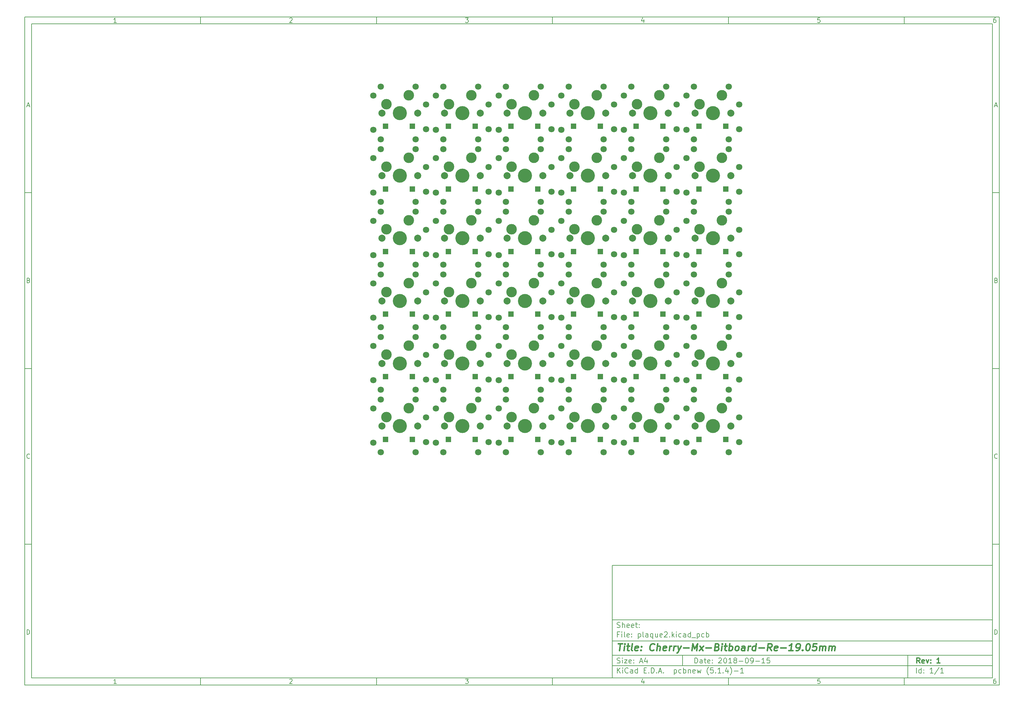
<source format=gts>
G04 #@! TF.GenerationSoftware,KiCad,Pcbnew,(5.1.4)-1*
G04 #@! TF.CreationDate,2020-01-11T14:36:43+01:00*
G04 #@! TF.ProjectId,plaque2,706c6171-7565-4322-9e6b-696361645f70,1*
G04 #@! TF.SameCoordinates,Original*
G04 #@! TF.FileFunction,Soldermask,Top*
G04 #@! TF.FilePolarity,Negative*
%FSLAX46Y46*%
G04 Gerber Fmt 4.6, Leading zero omitted, Abs format (unit mm)*
G04 Created by KiCad (PCBNEW (5.1.4)-1) date 2020-01-11 14:36:43*
%MOMM*%
%LPD*%
G04 APERTURE LIST*
%ADD10C,0.100000*%
%ADD11C,0.150000*%
%ADD12C,0.300000*%
%ADD13C,0.400000*%
%ADD14C,1.800000*%
%ADD15C,2.000000*%
%ADD16C,3.000000*%
%ADD17C,4.000000*%
%ADD18R,1.600000X1.600000*%
G04 APERTURE END LIST*
D10*
D11*
X177002200Y-166007200D02*
X177002200Y-198007200D01*
X285002200Y-198007200D01*
X285002200Y-166007200D01*
X177002200Y-166007200D01*
D10*
D11*
X10000000Y-10000000D02*
X10000000Y-200007200D01*
X287002200Y-200007200D01*
X287002200Y-10000000D01*
X10000000Y-10000000D01*
D10*
D11*
X12000000Y-12000000D02*
X12000000Y-198007200D01*
X285002200Y-198007200D01*
X285002200Y-12000000D01*
X12000000Y-12000000D01*
D10*
D11*
X60000000Y-12000000D02*
X60000000Y-10000000D01*
D10*
D11*
X110000000Y-12000000D02*
X110000000Y-10000000D01*
D10*
D11*
X160000000Y-12000000D02*
X160000000Y-10000000D01*
D10*
D11*
X210000000Y-12000000D02*
X210000000Y-10000000D01*
D10*
D11*
X260000000Y-12000000D02*
X260000000Y-10000000D01*
D10*
D11*
X36065476Y-11588095D02*
X35322619Y-11588095D01*
X35694047Y-11588095D02*
X35694047Y-10288095D01*
X35570238Y-10473809D01*
X35446428Y-10597619D01*
X35322619Y-10659523D01*
D10*
D11*
X85322619Y-10411904D02*
X85384523Y-10350000D01*
X85508333Y-10288095D01*
X85817857Y-10288095D01*
X85941666Y-10350000D01*
X86003571Y-10411904D01*
X86065476Y-10535714D01*
X86065476Y-10659523D01*
X86003571Y-10845238D01*
X85260714Y-11588095D01*
X86065476Y-11588095D01*
D10*
D11*
X135260714Y-10288095D02*
X136065476Y-10288095D01*
X135632142Y-10783333D01*
X135817857Y-10783333D01*
X135941666Y-10845238D01*
X136003571Y-10907142D01*
X136065476Y-11030952D01*
X136065476Y-11340476D01*
X136003571Y-11464285D01*
X135941666Y-11526190D01*
X135817857Y-11588095D01*
X135446428Y-11588095D01*
X135322619Y-11526190D01*
X135260714Y-11464285D01*
D10*
D11*
X185941666Y-10721428D02*
X185941666Y-11588095D01*
X185632142Y-10226190D02*
X185322619Y-11154761D01*
X186127380Y-11154761D01*
D10*
D11*
X236003571Y-10288095D02*
X235384523Y-10288095D01*
X235322619Y-10907142D01*
X235384523Y-10845238D01*
X235508333Y-10783333D01*
X235817857Y-10783333D01*
X235941666Y-10845238D01*
X236003571Y-10907142D01*
X236065476Y-11030952D01*
X236065476Y-11340476D01*
X236003571Y-11464285D01*
X235941666Y-11526190D01*
X235817857Y-11588095D01*
X235508333Y-11588095D01*
X235384523Y-11526190D01*
X235322619Y-11464285D01*
D10*
D11*
X285941666Y-10288095D02*
X285694047Y-10288095D01*
X285570238Y-10350000D01*
X285508333Y-10411904D01*
X285384523Y-10597619D01*
X285322619Y-10845238D01*
X285322619Y-11340476D01*
X285384523Y-11464285D01*
X285446428Y-11526190D01*
X285570238Y-11588095D01*
X285817857Y-11588095D01*
X285941666Y-11526190D01*
X286003571Y-11464285D01*
X286065476Y-11340476D01*
X286065476Y-11030952D01*
X286003571Y-10907142D01*
X285941666Y-10845238D01*
X285817857Y-10783333D01*
X285570238Y-10783333D01*
X285446428Y-10845238D01*
X285384523Y-10907142D01*
X285322619Y-11030952D01*
D10*
D11*
X60000000Y-198007200D02*
X60000000Y-200007200D01*
D10*
D11*
X110000000Y-198007200D02*
X110000000Y-200007200D01*
D10*
D11*
X160000000Y-198007200D02*
X160000000Y-200007200D01*
D10*
D11*
X210000000Y-198007200D02*
X210000000Y-200007200D01*
D10*
D11*
X260000000Y-198007200D02*
X260000000Y-200007200D01*
D10*
D11*
X36065476Y-199595295D02*
X35322619Y-199595295D01*
X35694047Y-199595295D02*
X35694047Y-198295295D01*
X35570238Y-198481009D01*
X35446428Y-198604819D01*
X35322619Y-198666723D01*
D10*
D11*
X85322619Y-198419104D02*
X85384523Y-198357200D01*
X85508333Y-198295295D01*
X85817857Y-198295295D01*
X85941666Y-198357200D01*
X86003571Y-198419104D01*
X86065476Y-198542914D01*
X86065476Y-198666723D01*
X86003571Y-198852438D01*
X85260714Y-199595295D01*
X86065476Y-199595295D01*
D10*
D11*
X135260714Y-198295295D02*
X136065476Y-198295295D01*
X135632142Y-198790533D01*
X135817857Y-198790533D01*
X135941666Y-198852438D01*
X136003571Y-198914342D01*
X136065476Y-199038152D01*
X136065476Y-199347676D01*
X136003571Y-199471485D01*
X135941666Y-199533390D01*
X135817857Y-199595295D01*
X135446428Y-199595295D01*
X135322619Y-199533390D01*
X135260714Y-199471485D01*
D10*
D11*
X185941666Y-198728628D02*
X185941666Y-199595295D01*
X185632142Y-198233390D02*
X185322619Y-199161961D01*
X186127380Y-199161961D01*
D10*
D11*
X236003571Y-198295295D02*
X235384523Y-198295295D01*
X235322619Y-198914342D01*
X235384523Y-198852438D01*
X235508333Y-198790533D01*
X235817857Y-198790533D01*
X235941666Y-198852438D01*
X236003571Y-198914342D01*
X236065476Y-199038152D01*
X236065476Y-199347676D01*
X236003571Y-199471485D01*
X235941666Y-199533390D01*
X235817857Y-199595295D01*
X235508333Y-199595295D01*
X235384523Y-199533390D01*
X235322619Y-199471485D01*
D10*
D11*
X285941666Y-198295295D02*
X285694047Y-198295295D01*
X285570238Y-198357200D01*
X285508333Y-198419104D01*
X285384523Y-198604819D01*
X285322619Y-198852438D01*
X285322619Y-199347676D01*
X285384523Y-199471485D01*
X285446428Y-199533390D01*
X285570238Y-199595295D01*
X285817857Y-199595295D01*
X285941666Y-199533390D01*
X286003571Y-199471485D01*
X286065476Y-199347676D01*
X286065476Y-199038152D01*
X286003571Y-198914342D01*
X285941666Y-198852438D01*
X285817857Y-198790533D01*
X285570238Y-198790533D01*
X285446428Y-198852438D01*
X285384523Y-198914342D01*
X285322619Y-199038152D01*
D10*
D11*
X10000000Y-60000000D02*
X12000000Y-60000000D01*
D10*
D11*
X10000000Y-110000000D02*
X12000000Y-110000000D01*
D10*
D11*
X10000000Y-160000000D02*
X12000000Y-160000000D01*
D10*
D11*
X10690476Y-35216666D02*
X11309523Y-35216666D01*
X10566666Y-35588095D02*
X11000000Y-34288095D01*
X11433333Y-35588095D01*
D10*
D11*
X11092857Y-84907142D02*
X11278571Y-84969047D01*
X11340476Y-85030952D01*
X11402380Y-85154761D01*
X11402380Y-85340476D01*
X11340476Y-85464285D01*
X11278571Y-85526190D01*
X11154761Y-85588095D01*
X10659523Y-85588095D01*
X10659523Y-84288095D01*
X11092857Y-84288095D01*
X11216666Y-84350000D01*
X11278571Y-84411904D01*
X11340476Y-84535714D01*
X11340476Y-84659523D01*
X11278571Y-84783333D01*
X11216666Y-84845238D01*
X11092857Y-84907142D01*
X10659523Y-84907142D01*
D10*
D11*
X11402380Y-135464285D02*
X11340476Y-135526190D01*
X11154761Y-135588095D01*
X11030952Y-135588095D01*
X10845238Y-135526190D01*
X10721428Y-135402380D01*
X10659523Y-135278571D01*
X10597619Y-135030952D01*
X10597619Y-134845238D01*
X10659523Y-134597619D01*
X10721428Y-134473809D01*
X10845238Y-134350000D01*
X11030952Y-134288095D01*
X11154761Y-134288095D01*
X11340476Y-134350000D01*
X11402380Y-134411904D01*
D10*
D11*
X10659523Y-185588095D02*
X10659523Y-184288095D01*
X10969047Y-184288095D01*
X11154761Y-184350000D01*
X11278571Y-184473809D01*
X11340476Y-184597619D01*
X11402380Y-184845238D01*
X11402380Y-185030952D01*
X11340476Y-185278571D01*
X11278571Y-185402380D01*
X11154761Y-185526190D01*
X10969047Y-185588095D01*
X10659523Y-185588095D01*
D10*
D11*
X287002200Y-60000000D02*
X285002200Y-60000000D01*
D10*
D11*
X287002200Y-110000000D02*
X285002200Y-110000000D01*
D10*
D11*
X287002200Y-160000000D02*
X285002200Y-160000000D01*
D10*
D11*
X285692676Y-35216666D02*
X286311723Y-35216666D01*
X285568866Y-35588095D02*
X286002200Y-34288095D01*
X286435533Y-35588095D01*
D10*
D11*
X286095057Y-84907142D02*
X286280771Y-84969047D01*
X286342676Y-85030952D01*
X286404580Y-85154761D01*
X286404580Y-85340476D01*
X286342676Y-85464285D01*
X286280771Y-85526190D01*
X286156961Y-85588095D01*
X285661723Y-85588095D01*
X285661723Y-84288095D01*
X286095057Y-84288095D01*
X286218866Y-84350000D01*
X286280771Y-84411904D01*
X286342676Y-84535714D01*
X286342676Y-84659523D01*
X286280771Y-84783333D01*
X286218866Y-84845238D01*
X286095057Y-84907142D01*
X285661723Y-84907142D01*
D10*
D11*
X286404580Y-135464285D02*
X286342676Y-135526190D01*
X286156961Y-135588095D01*
X286033152Y-135588095D01*
X285847438Y-135526190D01*
X285723628Y-135402380D01*
X285661723Y-135278571D01*
X285599819Y-135030952D01*
X285599819Y-134845238D01*
X285661723Y-134597619D01*
X285723628Y-134473809D01*
X285847438Y-134350000D01*
X286033152Y-134288095D01*
X286156961Y-134288095D01*
X286342676Y-134350000D01*
X286404580Y-134411904D01*
D10*
D11*
X285661723Y-185588095D02*
X285661723Y-184288095D01*
X285971247Y-184288095D01*
X286156961Y-184350000D01*
X286280771Y-184473809D01*
X286342676Y-184597619D01*
X286404580Y-184845238D01*
X286404580Y-185030952D01*
X286342676Y-185278571D01*
X286280771Y-185402380D01*
X286156961Y-185526190D01*
X285971247Y-185588095D01*
X285661723Y-185588095D01*
D10*
D11*
X200434342Y-193785771D02*
X200434342Y-192285771D01*
X200791485Y-192285771D01*
X201005771Y-192357200D01*
X201148628Y-192500057D01*
X201220057Y-192642914D01*
X201291485Y-192928628D01*
X201291485Y-193142914D01*
X201220057Y-193428628D01*
X201148628Y-193571485D01*
X201005771Y-193714342D01*
X200791485Y-193785771D01*
X200434342Y-193785771D01*
X202577200Y-193785771D02*
X202577200Y-193000057D01*
X202505771Y-192857200D01*
X202362914Y-192785771D01*
X202077200Y-192785771D01*
X201934342Y-192857200D01*
X202577200Y-193714342D02*
X202434342Y-193785771D01*
X202077200Y-193785771D01*
X201934342Y-193714342D01*
X201862914Y-193571485D01*
X201862914Y-193428628D01*
X201934342Y-193285771D01*
X202077200Y-193214342D01*
X202434342Y-193214342D01*
X202577200Y-193142914D01*
X203077200Y-192785771D02*
X203648628Y-192785771D01*
X203291485Y-192285771D02*
X203291485Y-193571485D01*
X203362914Y-193714342D01*
X203505771Y-193785771D01*
X203648628Y-193785771D01*
X204720057Y-193714342D02*
X204577200Y-193785771D01*
X204291485Y-193785771D01*
X204148628Y-193714342D01*
X204077200Y-193571485D01*
X204077200Y-193000057D01*
X204148628Y-192857200D01*
X204291485Y-192785771D01*
X204577200Y-192785771D01*
X204720057Y-192857200D01*
X204791485Y-193000057D01*
X204791485Y-193142914D01*
X204077200Y-193285771D01*
X205434342Y-193642914D02*
X205505771Y-193714342D01*
X205434342Y-193785771D01*
X205362914Y-193714342D01*
X205434342Y-193642914D01*
X205434342Y-193785771D01*
X205434342Y-192857200D02*
X205505771Y-192928628D01*
X205434342Y-193000057D01*
X205362914Y-192928628D01*
X205434342Y-192857200D01*
X205434342Y-193000057D01*
X207220057Y-192428628D02*
X207291485Y-192357200D01*
X207434342Y-192285771D01*
X207791485Y-192285771D01*
X207934342Y-192357200D01*
X208005771Y-192428628D01*
X208077200Y-192571485D01*
X208077200Y-192714342D01*
X208005771Y-192928628D01*
X207148628Y-193785771D01*
X208077200Y-193785771D01*
X209005771Y-192285771D02*
X209148628Y-192285771D01*
X209291485Y-192357200D01*
X209362914Y-192428628D01*
X209434342Y-192571485D01*
X209505771Y-192857200D01*
X209505771Y-193214342D01*
X209434342Y-193500057D01*
X209362914Y-193642914D01*
X209291485Y-193714342D01*
X209148628Y-193785771D01*
X209005771Y-193785771D01*
X208862914Y-193714342D01*
X208791485Y-193642914D01*
X208720057Y-193500057D01*
X208648628Y-193214342D01*
X208648628Y-192857200D01*
X208720057Y-192571485D01*
X208791485Y-192428628D01*
X208862914Y-192357200D01*
X209005771Y-192285771D01*
X210934342Y-193785771D02*
X210077200Y-193785771D01*
X210505771Y-193785771D02*
X210505771Y-192285771D01*
X210362914Y-192500057D01*
X210220057Y-192642914D01*
X210077200Y-192714342D01*
X211791485Y-192928628D02*
X211648628Y-192857200D01*
X211577200Y-192785771D01*
X211505771Y-192642914D01*
X211505771Y-192571485D01*
X211577200Y-192428628D01*
X211648628Y-192357200D01*
X211791485Y-192285771D01*
X212077200Y-192285771D01*
X212220057Y-192357200D01*
X212291485Y-192428628D01*
X212362914Y-192571485D01*
X212362914Y-192642914D01*
X212291485Y-192785771D01*
X212220057Y-192857200D01*
X212077200Y-192928628D01*
X211791485Y-192928628D01*
X211648628Y-193000057D01*
X211577200Y-193071485D01*
X211505771Y-193214342D01*
X211505771Y-193500057D01*
X211577200Y-193642914D01*
X211648628Y-193714342D01*
X211791485Y-193785771D01*
X212077200Y-193785771D01*
X212220057Y-193714342D01*
X212291485Y-193642914D01*
X212362914Y-193500057D01*
X212362914Y-193214342D01*
X212291485Y-193071485D01*
X212220057Y-193000057D01*
X212077200Y-192928628D01*
X213005771Y-193214342D02*
X214148628Y-193214342D01*
X215148628Y-192285771D02*
X215291485Y-192285771D01*
X215434342Y-192357200D01*
X215505771Y-192428628D01*
X215577200Y-192571485D01*
X215648628Y-192857200D01*
X215648628Y-193214342D01*
X215577200Y-193500057D01*
X215505771Y-193642914D01*
X215434342Y-193714342D01*
X215291485Y-193785771D01*
X215148628Y-193785771D01*
X215005771Y-193714342D01*
X214934342Y-193642914D01*
X214862914Y-193500057D01*
X214791485Y-193214342D01*
X214791485Y-192857200D01*
X214862914Y-192571485D01*
X214934342Y-192428628D01*
X215005771Y-192357200D01*
X215148628Y-192285771D01*
X216362914Y-193785771D02*
X216648628Y-193785771D01*
X216791485Y-193714342D01*
X216862914Y-193642914D01*
X217005771Y-193428628D01*
X217077200Y-193142914D01*
X217077200Y-192571485D01*
X217005771Y-192428628D01*
X216934342Y-192357200D01*
X216791485Y-192285771D01*
X216505771Y-192285771D01*
X216362914Y-192357200D01*
X216291485Y-192428628D01*
X216220057Y-192571485D01*
X216220057Y-192928628D01*
X216291485Y-193071485D01*
X216362914Y-193142914D01*
X216505771Y-193214342D01*
X216791485Y-193214342D01*
X216934342Y-193142914D01*
X217005771Y-193071485D01*
X217077200Y-192928628D01*
X217720057Y-193214342D02*
X218862914Y-193214342D01*
X220362914Y-193785771D02*
X219505771Y-193785771D01*
X219934342Y-193785771D02*
X219934342Y-192285771D01*
X219791485Y-192500057D01*
X219648628Y-192642914D01*
X219505771Y-192714342D01*
X221720057Y-192285771D02*
X221005771Y-192285771D01*
X220934342Y-193000057D01*
X221005771Y-192928628D01*
X221148628Y-192857200D01*
X221505771Y-192857200D01*
X221648628Y-192928628D01*
X221720057Y-193000057D01*
X221791485Y-193142914D01*
X221791485Y-193500057D01*
X221720057Y-193642914D01*
X221648628Y-193714342D01*
X221505771Y-193785771D01*
X221148628Y-193785771D01*
X221005771Y-193714342D01*
X220934342Y-193642914D01*
D10*
D11*
X177002200Y-194507200D02*
X285002200Y-194507200D01*
D10*
D11*
X178434342Y-196585771D02*
X178434342Y-195085771D01*
X179291485Y-196585771D02*
X178648628Y-195728628D01*
X179291485Y-195085771D02*
X178434342Y-195942914D01*
X179934342Y-196585771D02*
X179934342Y-195585771D01*
X179934342Y-195085771D02*
X179862914Y-195157200D01*
X179934342Y-195228628D01*
X180005771Y-195157200D01*
X179934342Y-195085771D01*
X179934342Y-195228628D01*
X181505771Y-196442914D02*
X181434342Y-196514342D01*
X181220057Y-196585771D01*
X181077200Y-196585771D01*
X180862914Y-196514342D01*
X180720057Y-196371485D01*
X180648628Y-196228628D01*
X180577200Y-195942914D01*
X180577200Y-195728628D01*
X180648628Y-195442914D01*
X180720057Y-195300057D01*
X180862914Y-195157200D01*
X181077200Y-195085771D01*
X181220057Y-195085771D01*
X181434342Y-195157200D01*
X181505771Y-195228628D01*
X182791485Y-196585771D02*
X182791485Y-195800057D01*
X182720057Y-195657200D01*
X182577200Y-195585771D01*
X182291485Y-195585771D01*
X182148628Y-195657200D01*
X182791485Y-196514342D02*
X182648628Y-196585771D01*
X182291485Y-196585771D01*
X182148628Y-196514342D01*
X182077200Y-196371485D01*
X182077200Y-196228628D01*
X182148628Y-196085771D01*
X182291485Y-196014342D01*
X182648628Y-196014342D01*
X182791485Y-195942914D01*
X184148628Y-196585771D02*
X184148628Y-195085771D01*
X184148628Y-196514342D02*
X184005771Y-196585771D01*
X183720057Y-196585771D01*
X183577200Y-196514342D01*
X183505771Y-196442914D01*
X183434342Y-196300057D01*
X183434342Y-195871485D01*
X183505771Y-195728628D01*
X183577200Y-195657200D01*
X183720057Y-195585771D01*
X184005771Y-195585771D01*
X184148628Y-195657200D01*
X186005771Y-195800057D02*
X186505771Y-195800057D01*
X186720057Y-196585771D02*
X186005771Y-196585771D01*
X186005771Y-195085771D01*
X186720057Y-195085771D01*
X187362914Y-196442914D02*
X187434342Y-196514342D01*
X187362914Y-196585771D01*
X187291485Y-196514342D01*
X187362914Y-196442914D01*
X187362914Y-196585771D01*
X188077200Y-196585771D02*
X188077200Y-195085771D01*
X188434342Y-195085771D01*
X188648628Y-195157200D01*
X188791485Y-195300057D01*
X188862914Y-195442914D01*
X188934342Y-195728628D01*
X188934342Y-195942914D01*
X188862914Y-196228628D01*
X188791485Y-196371485D01*
X188648628Y-196514342D01*
X188434342Y-196585771D01*
X188077200Y-196585771D01*
X189577200Y-196442914D02*
X189648628Y-196514342D01*
X189577200Y-196585771D01*
X189505771Y-196514342D01*
X189577200Y-196442914D01*
X189577200Y-196585771D01*
X190220057Y-196157200D02*
X190934342Y-196157200D01*
X190077200Y-196585771D02*
X190577200Y-195085771D01*
X191077200Y-196585771D01*
X191577200Y-196442914D02*
X191648628Y-196514342D01*
X191577200Y-196585771D01*
X191505771Y-196514342D01*
X191577200Y-196442914D01*
X191577200Y-196585771D01*
X194577200Y-195585771D02*
X194577200Y-197085771D01*
X194577200Y-195657200D02*
X194720057Y-195585771D01*
X195005771Y-195585771D01*
X195148628Y-195657200D01*
X195220057Y-195728628D01*
X195291485Y-195871485D01*
X195291485Y-196300057D01*
X195220057Y-196442914D01*
X195148628Y-196514342D01*
X195005771Y-196585771D01*
X194720057Y-196585771D01*
X194577200Y-196514342D01*
X196577200Y-196514342D02*
X196434342Y-196585771D01*
X196148628Y-196585771D01*
X196005771Y-196514342D01*
X195934342Y-196442914D01*
X195862914Y-196300057D01*
X195862914Y-195871485D01*
X195934342Y-195728628D01*
X196005771Y-195657200D01*
X196148628Y-195585771D01*
X196434342Y-195585771D01*
X196577200Y-195657200D01*
X197220057Y-196585771D02*
X197220057Y-195085771D01*
X197220057Y-195657200D02*
X197362914Y-195585771D01*
X197648628Y-195585771D01*
X197791485Y-195657200D01*
X197862914Y-195728628D01*
X197934342Y-195871485D01*
X197934342Y-196300057D01*
X197862914Y-196442914D01*
X197791485Y-196514342D01*
X197648628Y-196585771D01*
X197362914Y-196585771D01*
X197220057Y-196514342D01*
X198577200Y-195585771D02*
X198577200Y-196585771D01*
X198577200Y-195728628D02*
X198648628Y-195657200D01*
X198791485Y-195585771D01*
X199005771Y-195585771D01*
X199148628Y-195657200D01*
X199220057Y-195800057D01*
X199220057Y-196585771D01*
X200505771Y-196514342D02*
X200362914Y-196585771D01*
X200077200Y-196585771D01*
X199934342Y-196514342D01*
X199862914Y-196371485D01*
X199862914Y-195800057D01*
X199934342Y-195657200D01*
X200077200Y-195585771D01*
X200362914Y-195585771D01*
X200505771Y-195657200D01*
X200577200Y-195800057D01*
X200577200Y-195942914D01*
X199862914Y-196085771D01*
X201077200Y-195585771D02*
X201362914Y-196585771D01*
X201648628Y-195871485D01*
X201934342Y-196585771D01*
X202220057Y-195585771D01*
X204362914Y-197157200D02*
X204291485Y-197085771D01*
X204148628Y-196871485D01*
X204077200Y-196728628D01*
X204005771Y-196514342D01*
X203934342Y-196157200D01*
X203934342Y-195871485D01*
X204005771Y-195514342D01*
X204077200Y-195300057D01*
X204148628Y-195157200D01*
X204291485Y-194942914D01*
X204362914Y-194871485D01*
X205648628Y-195085771D02*
X204934342Y-195085771D01*
X204862914Y-195800057D01*
X204934342Y-195728628D01*
X205077200Y-195657200D01*
X205434342Y-195657200D01*
X205577200Y-195728628D01*
X205648628Y-195800057D01*
X205720057Y-195942914D01*
X205720057Y-196300057D01*
X205648628Y-196442914D01*
X205577200Y-196514342D01*
X205434342Y-196585771D01*
X205077200Y-196585771D01*
X204934342Y-196514342D01*
X204862914Y-196442914D01*
X206362914Y-196442914D02*
X206434342Y-196514342D01*
X206362914Y-196585771D01*
X206291485Y-196514342D01*
X206362914Y-196442914D01*
X206362914Y-196585771D01*
X207862914Y-196585771D02*
X207005771Y-196585771D01*
X207434342Y-196585771D02*
X207434342Y-195085771D01*
X207291485Y-195300057D01*
X207148628Y-195442914D01*
X207005771Y-195514342D01*
X208505771Y-196442914D02*
X208577200Y-196514342D01*
X208505771Y-196585771D01*
X208434342Y-196514342D01*
X208505771Y-196442914D01*
X208505771Y-196585771D01*
X209862914Y-195585771D02*
X209862914Y-196585771D01*
X209505771Y-195014342D02*
X209148628Y-196085771D01*
X210077200Y-196085771D01*
X210505771Y-197157200D02*
X210577200Y-197085771D01*
X210720057Y-196871485D01*
X210791485Y-196728628D01*
X210862914Y-196514342D01*
X210934342Y-196157200D01*
X210934342Y-195871485D01*
X210862914Y-195514342D01*
X210791485Y-195300057D01*
X210720057Y-195157200D01*
X210577200Y-194942914D01*
X210505771Y-194871485D01*
X211648628Y-196014342D02*
X212791485Y-196014342D01*
X214291485Y-196585771D02*
X213434342Y-196585771D01*
X213862914Y-196585771D02*
X213862914Y-195085771D01*
X213720057Y-195300057D01*
X213577200Y-195442914D01*
X213434342Y-195514342D01*
D10*
D11*
X177002200Y-191507200D02*
X285002200Y-191507200D01*
D10*
D12*
X264411485Y-193785771D02*
X263911485Y-193071485D01*
X263554342Y-193785771D02*
X263554342Y-192285771D01*
X264125771Y-192285771D01*
X264268628Y-192357200D01*
X264340057Y-192428628D01*
X264411485Y-192571485D01*
X264411485Y-192785771D01*
X264340057Y-192928628D01*
X264268628Y-193000057D01*
X264125771Y-193071485D01*
X263554342Y-193071485D01*
X265625771Y-193714342D02*
X265482914Y-193785771D01*
X265197200Y-193785771D01*
X265054342Y-193714342D01*
X264982914Y-193571485D01*
X264982914Y-193000057D01*
X265054342Y-192857200D01*
X265197200Y-192785771D01*
X265482914Y-192785771D01*
X265625771Y-192857200D01*
X265697200Y-193000057D01*
X265697200Y-193142914D01*
X264982914Y-193285771D01*
X266197200Y-192785771D02*
X266554342Y-193785771D01*
X266911485Y-192785771D01*
X267482914Y-193642914D02*
X267554342Y-193714342D01*
X267482914Y-193785771D01*
X267411485Y-193714342D01*
X267482914Y-193642914D01*
X267482914Y-193785771D01*
X267482914Y-192857200D02*
X267554342Y-192928628D01*
X267482914Y-193000057D01*
X267411485Y-192928628D01*
X267482914Y-192857200D01*
X267482914Y-193000057D01*
X270125771Y-193785771D02*
X269268628Y-193785771D01*
X269697200Y-193785771D02*
X269697200Y-192285771D01*
X269554342Y-192500057D01*
X269411485Y-192642914D01*
X269268628Y-192714342D01*
D10*
D11*
X178362914Y-193714342D02*
X178577200Y-193785771D01*
X178934342Y-193785771D01*
X179077200Y-193714342D01*
X179148628Y-193642914D01*
X179220057Y-193500057D01*
X179220057Y-193357200D01*
X179148628Y-193214342D01*
X179077200Y-193142914D01*
X178934342Y-193071485D01*
X178648628Y-193000057D01*
X178505771Y-192928628D01*
X178434342Y-192857200D01*
X178362914Y-192714342D01*
X178362914Y-192571485D01*
X178434342Y-192428628D01*
X178505771Y-192357200D01*
X178648628Y-192285771D01*
X179005771Y-192285771D01*
X179220057Y-192357200D01*
X179862914Y-193785771D02*
X179862914Y-192785771D01*
X179862914Y-192285771D02*
X179791485Y-192357200D01*
X179862914Y-192428628D01*
X179934342Y-192357200D01*
X179862914Y-192285771D01*
X179862914Y-192428628D01*
X180434342Y-192785771D02*
X181220057Y-192785771D01*
X180434342Y-193785771D01*
X181220057Y-193785771D01*
X182362914Y-193714342D02*
X182220057Y-193785771D01*
X181934342Y-193785771D01*
X181791485Y-193714342D01*
X181720057Y-193571485D01*
X181720057Y-193000057D01*
X181791485Y-192857200D01*
X181934342Y-192785771D01*
X182220057Y-192785771D01*
X182362914Y-192857200D01*
X182434342Y-193000057D01*
X182434342Y-193142914D01*
X181720057Y-193285771D01*
X183077200Y-193642914D02*
X183148628Y-193714342D01*
X183077200Y-193785771D01*
X183005771Y-193714342D01*
X183077200Y-193642914D01*
X183077200Y-193785771D01*
X183077200Y-192857200D02*
X183148628Y-192928628D01*
X183077200Y-193000057D01*
X183005771Y-192928628D01*
X183077200Y-192857200D01*
X183077200Y-193000057D01*
X184862914Y-193357200D02*
X185577200Y-193357200D01*
X184720057Y-193785771D02*
X185220057Y-192285771D01*
X185720057Y-193785771D01*
X186862914Y-192785771D02*
X186862914Y-193785771D01*
X186505771Y-192214342D02*
X186148628Y-193285771D01*
X187077200Y-193285771D01*
D10*
D11*
X263434342Y-196585771D02*
X263434342Y-195085771D01*
X264791485Y-196585771D02*
X264791485Y-195085771D01*
X264791485Y-196514342D02*
X264648628Y-196585771D01*
X264362914Y-196585771D01*
X264220057Y-196514342D01*
X264148628Y-196442914D01*
X264077200Y-196300057D01*
X264077200Y-195871485D01*
X264148628Y-195728628D01*
X264220057Y-195657200D01*
X264362914Y-195585771D01*
X264648628Y-195585771D01*
X264791485Y-195657200D01*
X265505771Y-196442914D02*
X265577200Y-196514342D01*
X265505771Y-196585771D01*
X265434342Y-196514342D01*
X265505771Y-196442914D01*
X265505771Y-196585771D01*
X265505771Y-195657200D02*
X265577200Y-195728628D01*
X265505771Y-195800057D01*
X265434342Y-195728628D01*
X265505771Y-195657200D01*
X265505771Y-195800057D01*
X268148628Y-196585771D02*
X267291485Y-196585771D01*
X267720057Y-196585771D02*
X267720057Y-195085771D01*
X267577200Y-195300057D01*
X267434342Y-195442914D01*
X267291485Y-195514342D01*
X269862914Y-195014342D02*
X268577200Y-196942914D01*
X271148628Y-196585771D02*
X270291485Y-196585771D01*
X270720057Y-196585771D02*
X270720057Y-195085771D01*
X270577200Y-195300057D01*
X270434342Y-195442914D01*
X270291485Y-195514342D01*
D10*
D11*
X177002200Y-187507200D02*
X285002200Y-187507200D01*
D10*
D13*
X178714580Y-188211961D02*
X179857438Y-188211961D01*
X179036009Y-190211961D02*
X179286009Y-188211961D01*
X180274104Y-190211961D02*
X180440771Y-188878628D01*
X180524104Y-188211961D02*
X180416961Y-188307200D01*
X180500295Y-188402438D01*
X180607438Y-188307200D01*
X180524104Y-188211961D01*
X180500295Y-188402438D01*
X181107438Y-188878628D02*
X181869342Y-188878628D01*
X181476485Y-188211961D02*
X181262200Y-189926247D01*
X181333628Y-190116723D01*
X181512200Y-190211961D01*
X181702676Y-190211961D01*
X182655057Y-190211961D02*
X182476485Y-190116723D01*
X182405057Y-189926247D01*
X182619342Y-188211961D01*
X184190771Y-190116723D02*
X183988390Y-190211961D01*
X183607438Y-190211961D01*
X183428866Y-190116723D01*
X183357438Y-189926247D01*
X183452676Y-189164342D01*
X183571723Y-188973866D01*
X183774104Y-188878628D01*
X184155057Y-188878628D01*
X184333628Y-188973866D01*
X184405057Y-189164342D01*
X184381247Y-189354819D01*
X183405057Y-189545295D01*
X185155057Y-190021485D02*
X185238390Y-190116723D01*
X185131247Y-190211961D01*
X185047914Y-190116723D01*
X185155057Y-190021485D01*
X185131247Y-190211961D01*
X185286009Y-188973866D02*
X185369342Y-189069104D01*
X185262200Y-189164342D01*
X185178866Y-189069104D01*
X185286009Y-188973866D01*
X185262200Y-189164342D01*
X188774104Y-190021485D02*
X188666961Y-190116723D01*
X188369342Y-190211961D01*
X188178866Y-190211961D01*
X187905057Y-190116723D01*
X187738390Y-189926247D01*
X187666961Y-189735771D01*
X187619342Y-189354819D01*
X187655057Y-189069104D01*
X187797914Y-188688152D01*
X187916961Y-188497676D01*
X188131247Y-188307200D01*
X188428866Y-188211961D01*
X188619342Y-188211961D01*
X188893152Y-188307200D01*
X188976485Y-188402438D01*
X189607438Y-190211961D02*
X189857438Y-188211961D01*
X190464580Y-190211961D02*
X190595533Y-189164342D01*
X190524104Y-188973866D01*
X190345533Y-188878628D01*
X190059819Y-188878628D01*
X189857438Y-188973866D01*
X189750295Y-189069104D01*
X192190771Y-190116723D02*
X191988390Y-190211961D01*
X191607438Y-190211961D01*
X191428866Y-190116723D01*
X191357438Y-189926247D01*
X191452676Y-189164342D01*
X191571723Y-188973866D01*
X191774104Y-188878628D01*
X192155057Y-188878628D01*
X192333628Y-188973866D01*
X192405057Y-189164342D01*
X192381247Y-189354819D01*
X191405057Y-189545295D01*
X193131247Y-190211961D02*
X193297914Y-188878628D01*
X193250295Y-189259580D02*
X193369342Y-189069104D01*
X193476485Y-188973866D01*
X193678866Y-188878628D01*
X193869342Y-188878628D01*
X194369342Y-190211961D02*
X194536009Y-188878628D01*
X194488390Y-189259580D02*
X194607438Y-189069104D01*
X194714580Y-188973866D01*
X194916961Y-188878628D01*
X195107438Y-188878628D01*
X195583628Y-188878628D02*
X195893152Y-190211961D01*
X196536009Y-188878628D02*
X195893152Y-190211961D01*
X195643152Y-190688152D01*
X195536009Y-190783390D01*
X195333628Y-190878628D01*
X197226485Y-189450057D02*
X198750295Y-189450057D01*
X199607438Y-190211961D02*
X199857438Y-188211961D01*
X200345533Y-189640533D01*
X201190771Y-188211961D01*
X200940771Y-190211961D01*
X201702676Y-190211961D02*
X202916961Y-188878628D01*
X201869342Y-188878628D02*
X202750295Y-190211961D01*
X203607438Y-189450057D02*
X205131247Y-189450057D01*
X206786009Y-189164342D02*
X207059819Y-189259580D01*
X207143152Y-189354819D01*
X207214580Y-189545295D01*
X207178866Y-189831009D01*
X207059819Y-190021485D01*
X206952676Y-190116723D01*
X206750295Y-190211961D01*
X205988390Y-190211961D01*
X206238390Y-188211961D01*
X206905057Y-188211961D01*
X207083628Y-188307200D01*
X207166961Y-188402438D01*
X207238390Y-188592914D01*
X207214580Y-188783390D01*
X207095533Y-188973866D01*
X206988390Y-189069104D01*
X206786009Y-189164342D01*
X206119342Y-189164342D01*
X207988390Y-190211961D02*
X208155057Y-188878628D01*
X208238390Y-188211961D02*
X208131247Y-188307200D01*
X208214580Y-188402438D01*
X208321723Y-188307200D01*
X208238390Y-188211961D01*
X208214580Y-188402438D01*
X208821723Y-188878628D02*
X209583628Y-188878628D01*
X209190771Y-188211961D02*
X208976485Y-189926247D01*
X209047914Y-190116723D01*
X209226485Y-190211961D01*
X209416961Y-190211961D01*
X210083628Y-190211961D02*
X210333628Y-188211961D01*
X210238390Y-188973866D02*
X210440771Y-188878628D01*
X210821723Y-188878628D01*
X211000295Y-188973866D01*
X211083628Y-189069104D01*
X211155057Y-189259580D01*
X211083628Y-189831009D01*
X210964580Y-190021485D01*
X210857438Y-190116723D01*
X210655057Y-190211961D01*
X210274104Y-190211961D01*
X210095533Y-190116723D01*
X212178866Y-190211961D02*
X212000295Y-190116723D01*
X211916961Y-190021485D01*
X211845533Y-189831009D01*
X211916961Y-189259580D01*
X212036009Y-189069104D01*
X212143152Y-188973866D01*
X212345533Y-188878628D01*
X212631247Y-188878628D01*
X212809819Y-188973866D01*
X212893152Y-189069104D01*
X212964580Y-189259580D01*
X212893152Y-189831009D01*
X212774104Y-190021485D01*
X212666961Y-190116723D01*
X212464580Y-190211961D01*
X212178866Y-190211961D01*
X214559819Y-190211961D02*
X214690771Y-189164342D01*
X214619342Y-188973866D01*
X214440771Y-188878628D01*
X214059819Y-188878628D01*
X213857438Y-188973866D01*
X214571723Y-190116723D02*
X214369342Y-190211961D01*
X213893152Y-190211961D01*
X213714580Y-190116723D01*
X213643152Y-189926247D01*
X213666961Y-189735771D01*
X213786009Y-189545295D01*
X213988390Y-189450057D01*
X214464580Y-189450057D01*
X214666961Y-189354819D01*
X215512200Y-190211961D02*
X215678866Y-188878628D01*
X215631247Y-189259580D02*
X215750295Y-189069104D01*
X215857438Y-188973866D01*
X216059819Y-188878628D01*
X216250295Y-188878628D01*
X217607438Y-190211961D02*
X217857438Y-188211961D01*
X217619342Y-190116723D02*
X217416961Y-190211961D01*
X217036009Y-190211961D01*
X216857438Y-190116723D01*
X216774104Y-190021485D01*
X216702676Y-189831009D01*
X216774104Y-189259580D01*
X216893152Y-189069104D01*
X217000295Y-188973866D01*
X217202676Y-188878628D01*
X217583628Y-188878628D01*
X217762200Y-188973866D01*
X218655057Y-189450057D02*
X220178866Y-189450057D01*
X222178866Y-190211961D02*
X221631247Y-189259580D01*
X221036009Y-190211961D02*
X221286009Y-188211961D01*
X222047914Y-188211961D01*
X222226485Y-188307200D01*
X222309819Y-188402438D01*
X222381247Y-188592914D01*
X222345533Y-188878628D01*
X222226485Y-189069104D01*
X222119342Y-189164342D01*
X221916961Y-189259580D01*
X221155057Y-189259580D01*
X223809819Y-190116723D02*
X223607438Y-190211961D01*
X223226485Y-190211961D01*
X223047914Y-190116723D01*
X222976485Y-189926247D01*
X223071723Y-189164342D01*
X223190771Y-188973866D01*
X223393152Y-188878628D01*
X223774104Y-188878628D01*
X223952676Y-188973866D01*
X224024104Y-189164342D01*
X224000295Y-189354819D01*
X223024104Y-189545295D01*
X224845533Y-189450057D02*
X226369342Y-189450057D01*
X228274104Y-190211961D02*
X227131247Y-190211961D01*
X227702676Y-190211961D02*
X227952676Y-188211961D01*
X227726485Y-188497676D01*
X227512200Y-188688152D01*
X227309819Y-188783390D01*
X229226485Y-190211961D02*
X229607438Y-190211961D01*
X229809819Y-190116723D01*
X229916961Y-190021485D01*
X230143152Y-189735771D01*
X230286009Y-189354819D01*
X230381247Y-188592914D01*
X230309819Y-188402438D01*
X230226485Y-188307200D01*
X230047914Y-188211961D01*
X229666961Y-188211961D01*
X229464580Y-188307200D01*
X229357438Y-188402438D01*
X229238390Y-188592914D01*
X229178866Y-189069104D01*
X229250295Y-189259580D01*
X229333628Y-189354819D01*
X229512200Y-189450057D01*
X229893152Y-189450057D01*
X230095533Y-189354819D01*
X230202676Y-189259580D01*
X230321723Y-189069104D01*
X231059819Y-190021485D02*
X231143152Y-190116723D01*
X231036009Y-190211961D01*
X230952676Y-190116723D01*
X231059819Y-190021485D01*
X231036009Y-190211961D01*
X232619342Y-188211961D02*
X232809819Y-188211961D01*
X232988390Y-188307200D01*
X233071723Y-188402438D01*
X233143152Y-188592914D01*
X233190771Y-188973866D01*
X233131247Y-189450057D01*
X232988390Y-189831009D01*
X232869342Y-190021485D01*
X232762200Y-190116723D01*
X232559819Y-190211961D01*
X232369342Y-190211961D01*
X232190771Y-190116723D01*
X232107438Y-190021485D01*
X232036009Y-189831009D01*
X231988390Y-189450057D01*
X232047914Y-188973866D01*
X232190771Y-188592914D01*
X232309819Y-188402438D01*
X232416961Y-188307200D01*
X232619342Y-188211961D01*
X235095533Y-188211961D02*
X234143152Y-188211961D01*
X233928866Y-189164342D01*
X234036009Y-189069104D01*
X234238390Y-188973866D01*
X234714580Y-188973866D01*
X234893152Y-189069104D01*
X234976485Y-189164342D01*
X235047914Y-189354819D01*
X234988390Y-189831009D01*
X234869342Y-190021485D01*
X234762200Y-190116723D01*
X234559819Y-190211961D01*
X234083628Y-190211961D01*
X233905057Y-190116723D01*
X233821723Y-190021485D01*
X235797914Y-190211961D02*
X235964580Y-188878628D01*
X235940771Y-189069104D02*
X236047914Y-188973866D01*
X236250295Y-188878628D01*
X236536009Y-188878628D01*
X236714580Y-188973866D01*
X236786009Y-189164342D01*
X236655057Y-190211961D01*
X236786009Y-189164342D02*
X236905057Y-188973866D01*
X237107438Y-188878628D01*
X237393152Y-188878628D01*
X237571723Y-188973866D01*
X237643152Y-189164342D01*
X237512200Y-190211961D01*
X238464580Y-190211961D02*
X238631247Y-188878628D01*
X238607438Y-189069104D02*
X238714580Y-188973866D01*
X238916961Y-188878628D01*
X239202676Y-188878628D01*
X239381247Y-188973866D01*
X239452676Y-189164342D01*
X239321723Y-190211961D01*
X239452676Y-189164342D02*
X239571723Y-188973866D01*
X239774104Y-188878628D01*
X240059819Y-188878628D01*
X240238390Y-188973866D01*
X240309819Y-189164342D01*
X240178866Y-190211961D01*
D10*
D11*
X178934342Y-185600057D02*
X178434342Y-185600057D01*
X178434342Y-186385771D02*
X178434342Y-184885771D01*
X179148628Y-184885771D01*
X179720057Y-186385771D02*
X179720057Y-185385771D01*
X179720057Y-184885771D02*
X179648628Y-184957200D01*
X179720057Y-185028628D01*
X179791485Y-184957200D01*
X179720057Y-184885771D01*
X179720057Y-185028628D01*
X180648628Y-186385771D02*
X180505771Y-186314342D01*
X180434342Y-186171485D01*
X180434342Y-184885771D01*
X181791485Y-186314342D02*
X181648628Y-186385771D01*
X181362914Y-186385771D01*
X181220057Y-186314342D01*
X181148628Y-186171485D01*
X181148628Y-185600057D01*
X181220057Y-185457200D01*
X181362914Y-185385771D01*
X181648628Y-185385771D01*
X181791485Y-185457200D01*
X181862914Y-185600057D01*
X181862914Y-185742914D01*
X181148628Y-185885771D01*
X182505771Y-186242914D02*
X182577200Y-186314342D01*
X182505771Y-186385771D01*
X182434342Y-186314342D01*
X182505771Y-186242914D01*
X182505771Y-186385771D01*
X182505771Y-185457200D02*
X182577200Y-185528628D01*
X182505771Y-185600057D01*
X182434342Y-185528628D01*
X182505771Y-185457200D01*
X182505771Y-185600057D01*
X184362914Y-185385771D02*
X184362914Y-186885771D01*
X184362914Y-185457200D02*
X184505771Y-185385771D01*
X184791485Y-185385771D01*
X184934342Y-185457200D01*
X185005771Y-185528628D01*
X185077200Y-185671485D01*
X185077200Y-186100057D01*
X185005771Y-186242914D01*
X184934342Y-186314342D01*
X184791485Y-186385771D01*
X184505771Y-186385771D01*
X184362914Y-186314342D01*
X185934342Y-186385771D02*
X185791485Y-186314342D01*
X185720057Y-186171485D01*
X185720057Y-184885771D01*
X187148628Y-186385771D02*
X187148628Y-185600057D01*
X187077200Y-185457200D01*
X186934342Y-185385771D01*
X186648628Y-185385771D01*
X186505771Y-185457200D01*
X187148628Y-186314342D02*
X187005771Y-186385771D01*
X186648628Y-186385771D01*
X186505771Y-186314342D01*
X186434342Y-186171485D01*
X186434342Y-186028628D01*
X186505771Y-185885771D01*
X186648628Y-185814342D01*
X187005771Y-185814342D01*
X187148628Y-185742914D01*
X188505771Y-185385771D02*
X188505771Y-186885771D01*
X188505771Y-186314342D02*
X188362914Y-186385771D01*
X188077200Y-186385771D01*
X187934342Y-186314342D01*
X187862914Y-186242914D01*
X187791485Y-186100057D01*
X187791485Y-185671485D01*
X187862914Y-185528628D01*
X187934342Y-185457200D01*
X188077200Y-185385771D01*
X188362914Y-185385771D01*
X188505771Y-185457200D01*
X189862914Y-185385771D02*
X189862914Y-186385771D01*
X189220057Y-185385771D02*
X189220057Y-186171485D01*
X189291485Y-186314342D01*
X189434342Y-186385771D01*
X189648628Y-186385771D01*
X189791485Y-186314342D01*
X189862914Y-186242914D01*
X191148628Y-186314342D02*
X191005771Y-186385771D01*
X190720057Y-186385771D01*
X190577200Y-186314342D01*
X190505771Y-186171485D01*
X190505771Y-185600057D01*
X190577200Y-185457200D01*
X190720057Y-185385771D01*
X191005771Y-185385771D01*
X191148628Y-185457200D01*
X191220057Y-185600057D01*
X191220057Y-185742914D01*
X190505771Y-185885771D01*
X191791485Y-185028628D02*
X191862914Y-184957200D01*
X192005771Y-184885771D01*
X192362914Y-184885771D01*
X192505771Y-184957200D01*
X192577200Y-185028628D01*
X192648628Y-185171485D01*
X192648628Y-185314342D01*
X192577200Y-185528628D01*
X191720057Y-186385771D01*
X192648628Y-186385771D01*
X193291485Y-186242914D02*
X193362914Y-186314342D01*
X193291485Y-186385771D01*
X193220057Y-186314342D01*
X193291485Y-186242914D01*
X193291485Y-186385771D01*
X194005771Y-186385771D02*
X194005771Y-184885771D01*
X194148628Y-185814342D02*
X194577200Y-186385771D01*
X194577200Y-185385771D02*
X194005771Y-185957200D01*
X195220057Y-186385771D02*
X195220057Y-185385771D01*
X195220057Y-184885771D02*
X195148628Y-184957200D01*
X195220057Y-185028628D01*
X195291485Y-184957200D01*
X195220057Y-184885771D01*
X195220057Y-185028628D01*
X196577200Y-186314342D02*
X196434342Y-186385771D01*
X196148628Y-186385771D01*
X196005771Y-186314342D01*
X195934342Y-186242914D01*
X195862914Y-186100057D01*
X195862914Y-185671485D01*
X195934342Y-185528628D01*
X196005771Y-185457200D01*
X196148628Y-185385771D01*
X196434342Y-185385771D01*
X196577200Y-185457200D01*
X197862914Y-186385771D02*
X197862914Y-185600057D01*
X197791485Y-185457200D01*
X197648628Y-185385771D01*
X197362914Y-185385771D01*
X197220057Y-185457200D01*
X197862914Y-186314342D02*
X197720057Y-186385771D01*
X197362914Y-186385771D01*
X197220057Y-186314342D01*
X197148628Y-186171485D01*
X197148628Y-186028628D01*
X197220057Y-185885771D01*
X197362914Y-185814342D01*
X197720057Y-185814342D01*
X197862914Y-185742914D01*
X199220057Y-186385771D02*
X199220057Y-184885771D01*
X199220057Y-186314342D02*
X199077200Y-186385771D01*
X198791485Y-186385771D01*
X198648628Y-186314342D01*
X198577200Y-186242914D01*
X198505771Y-186100057D01*
X198505771Y-185671485D01*
X198577200Y-185528628D01*
X198648628Y-185457200D01*
X198791485Y-185385771D01*
X199077200Y-185385771D01*
X199220057Y-185457200D01*
X199577200Y-186528628D02*
X200720057Y-186528628D01*
X201077200Y-185385771D02*
X201077200Y-186885771D01*
X201077200Y-185457200D02*
X201220057Y-185385771D01*
X201505771Y-185385771D01*
X201648628Y-185457200D01*
X201720057Y-185528628D01*
X201791485Y-185671485D01*
X201791485Y-186100057D01*
X201720057Y-186242914D01*
X201648628Y-186314342D01*
X201505771Y-186385771D01*
X201220057Y-186385771D01*
X201077200Y-186314342D01*
X203077200Y-186314342D02*
X202934342Y-186385771D01*
X202648628Y-186385771D01*
X202505771Y-186314342D01*
X202434342Y-186242914D01*
X202362914Y-186100057D01*
X202362914Y-185671485D01*
X202434342Y-185528628D01*
X202505771Y-185457200D01*
X202648628Y-185385771D01*
X202934342Y-185385771D01*
X203077200Y-185457200D01*
X203720057Y-186385771D02*
X203720057Y-184885771D01*
X203720057Y-185457200D02*
X203862914Y-185385771D01*
X204148628Y-185385771D01*
X204291485Y-185457200D01*
X204362914Y-185528628D01*
X204434342Y-185671485D01*
X204434342Y-186100057D01*
X204362914Y-186242914D01*
X204291485Y-186314342D01*
X204148628Y-186385771D01*
X203862914Y-186385771D01*
X203720057Y-186314342D01*
D10*
D11*
X177002200Y-181507200D02*
X285002200Y-181507200D01*
D10*
D11*
X178362914Y-183614342D02*
X178577200Y-183685771D01*
X178934342Y-183685771D01*
X179077200Y-183614342D01*
X179148628Y-183542914D01*
X179220057Y-183400057D01*
X179220057Y-183257200D01*
X179148628Y-183114342D01*
X179077200Y-183042914D01*
X178934342Y-182971485D01*
X178648628Y-182900057D01*
X178505771Y-182828628D01*
X178434342Y-182757200D01*
X178362914Y-182614342D01*
X178362914Y-182471485D01*
X178434342Y-182328628D01*
X178505771Y-182257200D01*
X178648628Y-182185771D01*
X179005771Y-182185771D01*
X179220057Y-182257200D01*
X179862914Y-183685771D02*
X179862914Y-182185771D01*
X180505771Y-183685771D02*
X180505771Y-182900057D01*
X180434342Y-182757200D01*
X180291485Y-182685771D01*
X180077200Y-182685771D01*
X179934342Y-182757200D01*
X179862914Y-182828628D01*
X181791485Y-183614342D02*
X181648628Y-183685771D01*
X181362914Y-183685771D01*
X181220057Y-183614342D01*
X181148628Y-183471485D01*
X181148628Y-182900057D01*
X181220057Y-182757200D01*
X181362914Y-182685771D01*
X181648628Y-182685771D01*
X181791485Y-182757200D01*
X181862914Y-182900057D01*
X181862914Y-183042914D01*
X181148628Y-183185771D01*
X183077200Y-183614342D02*
X182934342Y-183685771D01*
X182648628Y-183685771D01*
X182505771Y-183614342D01*
X182434342Y-183471485D01*
X182434342Y-182900057D01*
X182505771Y-182757200D01*
X182648628Y-182685771D01*
X182934342Y-182685771D01*
X183077200Y-182757200D01*
X183148628Y-182900057D01*
X183148628Y-183042914D01*
X182434342Y-183185771D01*
X183577200Y-182685771D02*
X184148628Y-182685771D01*
X183791485Y-182185771D02*
X183791485Y-183471485D01*
X183862914Y-183614342D01*
X184005771Y-183685771D01*
X184148628Y-183685771D01*
X184648628Y-183542914D02*
X184720057Y-183614342D01*
X184648628Y-183685771D01*
X184577200Y-183614342D01*
X184648628Y-183542914D01*
X184648628Y-183685771D01*
X184648628Y-182757200D02*
X184720057Y-182828628D01*
X184648628Y-182900057D01*
X184577200Y-182828628D01*
X184648628Y-182757200D01*
X184648628Y-182900057D01*
D10*
D11*
X197002200Y-191507200D02*
X197002200Y-194507200D01*
D10*
D11*
X261002200Y-191507200D02*
X261002200Y-198007200D01*
D14*
X192290000Y-101030000D03*
D15*
X182735000Y-108555000D03*
D16*
X184005000Y-106015000D03*
D17*
X187815000Y-108555000D03*
D16*
X190355000Y-103475000D03*
D15*
X192895000Y-108555000D03*
D18*
X183790000Y-112330000D03*
X191410000Y-112330000D03*
D14*
X180290000Y-113330000D03*
X195290000Y-113130000D03*
X182390000Y-116030000D03*
D15*
X200535000Y-108555000D03*
D16*
X201805000Y-106015000D03*
D17*
X205615000Y-108555000D03*
D16*
X208155000Y-103475000D03*
D15*
X210695000Y-108555000D03*
D14*
X174490000Y-118830000D03*
X164590000Y-133830000D03*
X162490000Y-131130000D03*
X177490000Y-130930000D03*
X164590000Y-101030000D03*
D15*
X175095000Y-108555000D03*
D16*
X172555000Y-103475000D03*
D17*
X170015000Y-108555000D03*
D16*
X166205000Y-106015000D03*
D15*
X164935000Y-108555000D03*
D14*
X210090000Y-116030000D03*
X162495000Y-103575000D03*
X162495000Y-121375000D03*
X174490000Y-133830000D03*
X164590000Y-118830000D03*
X198095000Y-103575000D03*
X198090000Y-113330000D03*
X177490000Y-106115000D03*
X200190000Y-101030000D03*
D18*
X201590000Y-112330000D03*
X209210000Y-112330000D03*
D14*
X162490000Y-113330000D03*
X210090000Y-101030000D03*
X213090000Y-106115000D03*
X200190000Y-116030000D03*
X213090000Y-113130000D03*
X174490000Y-116030000D03*
X177490000Y-113130000D03*
D18*
X165990000Y-130130000D03*
X173610000Y-130130000D03*
X173610000Y-112330000D03*
X165990000Y-112330000D03*
D14*
X180295000Y-103575000D03*
X182390000Y-101030000D03*
X195290000Y-106115000D03*
X192290000Y-116030000D03*
X192290000Y-29830000D03*
D15*
X192895000Y-37355000D03*
D16*
X190355000Y-32275000D03*
D17*
X187815000Y-37355000D03*
D16*
X184005000Y-34815000D03*
D15*
X182735000Y-37355000D03*
D18*
X191410000Y-41130000D03*
X183790000Y-41130000D03*
D14*
X180295000Y-32375000D03*
X180290000Y-42130000D03*
X195290000Y-41930000D03*
X182390000Y-29830000D03*
X195290000Y-34915000D03*
X182390000Y-44830000D03*
X192290000Y-44830000D03*
X174490000Y-47630000D03*
X164590000Y-62630000D03*
X162490000Y-59930000D03*
X162495000Y-50175000D03*
D18*
X173610000Y-58930000D03*
X165990000Y-58930000D03*
D14*
X177490000Y-59730000D03*
X174490000Y-62630000D03*
X164590000Y-47630000D03*
X174490000Y-101030000D03*
X164590000Y-116030000D03*
X195290000Y-130930000D03*
D18*
X191410000Y-130130000D03*
X183790000Y-130130000D03*
D15*
X210695000Y-126355000D03*
D16*
X208155000Y-121275000D03*
D17*
X205615000Y-126355000D03*
D16*
X201805000Y-123815000D03*
D15*
X200535000Y-126355000D03*
X192895000Y-126355000D03*
D16*
X190355000Y-121275000D03*
D17*
X187815000Y-126355000D03*
D16*
X184005000Y-123815000D03*
D15*
X182735000Y-126355000D03*
D14*
X210090000Y-133830000D03*
X180290000Y-131130000D03*
X182390000Y-133830000D03*
X192290000Y-133830000D03*
D15*
X164935000Y-126355000D03*
D16*
X166205000Y-123815000D03*
D17*
X170015000Y-126355000D03*
D16*
X172555000Y-121275000D03*
D15*
X175095000Y-126355000D03*
D14*
X182390000Y-118830000D03*
X210090000Y-118830000D03*
X198090000Y-131130000D03*
X177490000Y-123915000D03*
X200190000Y-133830000D03*
X192290000Y-118830000D03*
X195290000Y-123915000D03*
X198095000Y-121375000D03*
D18*
X209210000Y-130130000D03*
X201590000Y-130130000D03*
D14*
X200190000Y-118830000D03*
X213090000Y-123915000D03*
X180295000Y-121375000D03*
X213090000Y-130930000D03*
X198095000Y-32375000D03*
X198090000Y-42130000D03*
X200190000Y-29830000D03*
D15*
X210695000Y-37355000D03*
D16*
X208155000Y-32275000D03*
D17*
X205615000Y-37355000D03*
D16*
X201805000Y-34815000D03*
D15*
X200535000Y-37355000D03*
D18*
X209210000Y-41130000D03*
X201590000Y-41130000D03*
D14*
X213090000Y-41930000D03*
X210090000Y-44830000D03*
X200190000Y-44830000D03*
X213090000Y-34915000D03*
X210090000Y-29830000D03*
X200190000Y-98230000D03*
X200190000Y-83230000D03*
X213090000Y-88315000D03*
X192290000Y-98230000D03*
X210090000Y-98230000D03*
D15*
X164935000Y-90755000D03*
D16*
X166205000Y-88215000D03*
D17*
X170015000Y-90755000D03*
D16*
X172555000Y-85675000D03*
D15*
X175095000Y-90755000D03*
D14*
X198090000Y-95530000D03*
X180295000Y-85775000D03*
X213090000Y-95330000D03*
X210090000Y-83230000D03*
X177490000Y-88315000D03*
X198095000Y-85775000D03*
X192290000Y-83230000D03*
X195290000Y-88315000D03*
D18*
X209210000Y-94530000D03*
X201590000Y-94530000D03*
D14*
X180290000Y-77730000D03*
X182390000Y-65430000D03*
X174490000Y-83230000D03*
X200190000Y-80430000D03*
X195290000Y-70515000D03*
D15*
X200535000Y-72955000D03*
D16*
X201805000Y-70415000D03*
D17*
X205615000Y-72955000D03*
D16*
X208155000Y-67875000D03*
D15*
X210695000Y-72955000D03*
D14*
X164590000Y-98230000D03*
X177490000Y-95330000D03*
X210090000Y-80430000D03*
X210090000Y-65430000D03*
D18*
X165990000Y-94530000D03*
X173610000Y-94530000D03*
D14*
X200190000Y-65430000D03*
X213090000Y-77530000D03*
D18*
X183790000Y-76730000D03*
X191410000Y-76730000D03*
D14*
X195290000Y-77530000D03*
X162490000Y-95530000D03*
X162495000Y-85775000D03*
X174490000Y-98230000D03*
X164590000Y-83230000D03*
X198095000Y-67975000D03*
X198090000Y-77730000D03*
D18*
X201590000Y-76730000D03*
X209210000Y-76730000D03*
D14*
X192290000Y-80430000D03*
X213090000Y-70515000D03*
X192290000Y-65430000D03*
D15*
X182735000Y-72955000D03*
D16*
X184005000Y-70415000D03*
D17*
X187815000Y-72955000D03*
D16*
X190355000Y-67875000D03*
D15*
X192895000Y-72955000D03*
D14*
X180295000Y-67975000D03*
X182390000Y-80430000D03*
D15*
X164935000Y-37355000D03*
D16*
X166205000Y-34815000D03*
D17*
X170015000Y-37355000D03*
D16*
X172555000Y-32275000D03*
D15*
X175095000Y-37355000D03*
D14*
X177490000Y-34915000D03*
D18*
X165990000Y-41130000D03*
X173610000Y-41130000D03*
D14*
X162490000Y-42130000D03*
X177490000Y-41930000D03*
X162495000Y-32375000D03*
X174490000Y-44830000D03*
X182390000Y-98230000D03*
X162490000Y-77730000D03*
D15*
X175095000Y-72955000D03*
D16*
X172555000Y-67875000D03*
D17*
X170015000Y-72955000D03*
D16*
X166205000Y-70415000D03*
D15*
X164935000Y-72955000D03*
D14*
X177490000Y-70515000D03*
X174490000Y-80430000D03*
D15*
X210695000Y-90755000D03*
D16*
X208155000Y-85675000D03*
D17*
X205615000Y-90755000D03*
D16*
X201805000Y-88215000D03*
D15*
X200535000Y-90755000D03*
D14*
X182390000Y-83230000D03*
X180290000Y-95530000D03*
D18*
X173610000Y-76730000D03*
X165990000Y-76730000D03*
D14*
X164590000Y-80430000D03*
X162495000Y-67975000D03*
X177490000Y-77530000D03*
X164590000Y-65430000D03*
X174490000Y-65430000D03*
X195290000Y-95330000D03*
D15*
X192895000Y-90755000D03*
D16*
X190355000Y-85675000D03*
D17*
X187815000Y-90755000D03*
D16*
X184005000Y-88215000D03*
D15*
X182735000Y-90755000D03*
D18*
X191410000Y-94530000D03*
X183790000Y-94530000D03*
D14*
X164590000Y-29830000D03*
X174490000Y-29830000D03*
X164590000Y-44830000D03*
X195290000Y-59730000D03*
D15*
X200535000Y-55155000D03*
D16*
X201805000Y-52615000D03*
D17*
X205615000Y-55155000D03*
D16*
X208155000Y-50075000D03*
D15*
X210695000Y-55155000D03*
X182735000Y-55155000D03*
D16*
X184005000Y-52615000D03*
D17*
X187815000Y-55155000D03*
D16*
X190355000Y-50075000D03*
D15*
X192895000Y-55155000D03*
D18*
X183790000Y-58930000D03*
X191410000Y-58930000D03*
D14*
X182390000Y-47630000D03*
X180290000Y-59930000D03*
X182390000Y-62630000D03*
X192290000Y-62630000D03*
X210090000Y-62630000D03*
D15*
X175095000Y-55155000D03*
D16*
X172555000Y-50075000D03*
D17*
X170015000Y-55155000D03*
D16*
X166205000Y-52615000D03*
D15*
X164935000Y-55155000D03*
D14*
X210090000Y-47630000D03*
X198090000Y-59930000D03*
X177490000Y-52715000D03*
X200190000Y-62630000D03*
X192290000Y-47630000D03*
X195290000Y-52715000D03*
X198095000Y-50175000D03*
D18*
X201590000Y-58930000D03*
X209210000Y-58930000D03*
D14*
X200190000Y-47630000D03*
X213090000Y-52715000D03*
X180295000Y-50175000D03*
X213090000Y-59730000D03*
X138890000Y-101030000D03*
D15*
X139495000Y-108555000D03*
D16*
X136955000Y-103475000D03*
D17*
X134415000Y-108555000D03*
D16*
X130605000Y-106015000D03*
D15*
X129335000Y-108555000D03*
D18*
X138010000Y-112330000D03*
X130390000Y-112330000D03*
D14*
X126895000Y-103575000D03*
X126890000Y-113330000D03*
X141890000Y-113130000D03*
X128990000Y-101030000D03*
X141890000Y-106115000D03*
X128990000Y-116030000D03*
X138890000Y-116030000D03*
X121090000Y-118830000D03*
X111190000Y-133830000D03*
X109090000Y-131130000D03*
X109095000Y-121375000D03*
D18*
X120210000Y-130130000D03*
X112590000Y-130130000D03*
D14*
X124090000Y-130930000D03*
X121090000Y-133830000D03*
X111190000Y-118830000D03*
X144695000Y-103575000D03*
X144690000Y-113330000D03*
X146790000Y-101030000D03*
D15*
X157295000Y-108555000D03*
D16*
X154755000Y-103475000D03*
D17*
X152215000Y-108555000D03*
D16*
X148405000Y-106015000D03*
D15*
X147135000Y-108555000D03*
D18*
X155810000Y-112330000D03*
X148190000Y-112330000D03*
D14*
X159690000Y-113130000D03*
X156690000Y-116030000D03*
X146790000Y-116030000D03*
X159690000Y-106115000D03*
X156690000Y-101030000D03*
D15*
X111535000Y-108555000D03*
D16*
X112805000Y-106015000D03*
D17*
X116615000Y-108555000D03*
D16*
X119155000Y-103475000D03*
D15*
X121695000Y-108555000D03*
D14*
X124090000Y-106115000D03*
D18*
X112590000Y-112330000D03*
X120210000Y-112330000D03*
D14*
X109090000Y-113330000D03*
X124090000Y-113130000D03*
X109095000Y-103575000D03*
X121090000Y-116030000D03*
X111190000Y-101030000D03*
X121090000Y-101030000D03*
X111190000Y-116030000D03*
X141890000Y-130930000D03*
D15*
X147135000Y-126355000D03*
D16*
X148405000Y-123815000D03*
D17*
X152215000Y-126355000D03*
D16*
X154755000Y-121275000D03*
D15*
X157295000Y-126355000D03*
X129335000Y-126355000D03*
D16*
X130605000Y-123815000D03*
D17*
X134415000Y-126355000D03*
D16*
X136955000Y-121275000D03*
D15*
X139495000Y-126355000D03*
D18*
X130390000Y-130130000D03*
X138010000Y-130130000D03*
D14*
X128990000Y-118830000D03*
X126890000Y-131130000D03*
X128990000Y-133830000D03*
X138890000Y-133830000D03*
X156690000Y-133830000D03*
D15*
X121695000Y-126355000D03*
D16*
X119155000Y-121275000D03*
D17*
X116615000Y-126355000D03*
D16*
X112805000Y-123815000D03*
D15*
X111535000Y-126355000D03*
D14*
X156690000Y-118830000D03*
X144690000Y-131130000D03*
X124090000Y-123915000D03*
X146790000Y-133830000D03*
X138890000Y-118830000D03*
X141890000Y-123915000D03*
X144695000Y-121375000D03*
D18*
X148190000Y-130130000D03*
X155810000Y-130130000D03*
D14*
X146790000Y-118830000D03*
X159690000Y-123915000D03*
X126895000Y-121375000D03*
X159690000Y-130930000D03*
X138890000Y-65430000D03*
D15*
X139495000Y-72955000D03*
D16*
X136955000Y-67875000D03*
D17*
X134415000Y-72955000D03*
D16*
X130605000Y-70415000D03*
D15*
X129335000Y-72955000D03*
D18*
X138010000Y-76730000D03*
X130390000Y-76730000D03*
D14*
X126895000Y-67975000D03*
X126890000Y-77730000D03*
X141890000Y-77530000D03*
X128990000Y-65430000D03*
X141890000Y-70515000D03*
X128990000Y-80430000D03*
X138890000Y-80430000D03*
X121090000Y-83230000D03*
X111190000Y-98230000D03*
X109090000Y-95530000D03*
X109095000Y-85775000D03*
D18*
X120210000Y-94530000D03*
X112590000Y-94530000D03*
D14*
X124090000Y-95330000D03*
X121090000Y-98230000D03*
X111190000Y-83230000D03*
X144695000Y-67975000D03*
X144690000Y-77730000D03*
X146790000Y-65430000D03*
D15*
X157295000Y-72955000D03*
D16*
X154755000Y-67875000D03*
D17*
X152215000Y-72955000D03*
D16*
X148405000Y-70415000D03*
D15*
X147135000Y-72955000D03*
D18*
X155810000Y-76730000D03*
X148190000Y-76730000D03*
D14*
X159690000Y-77530000D03*
X156690000Y-80430000D03*
X146790000Y-80430000D03*
X159690000Y-70515000D03*
X156690000Y-65430000D03*
D15*
X111535000Y-72955000D03*
D16*
X112805000Y-70415000D03*
D17*
X116615000Y-72955000D03*
D16*
X119155000Y-67875000D03*
D15*
X121695000Y-72955000D03*
D14*
X124090000Y-70515000D03*
D18*
X112590000Y-76730000D03*
X120210000Y-76730000D03*
D14*
X109090000Y-77730000D03*
X124090000Y-77530000D03*
X109095000Y-67975000D03*
X121090000Y-80430000D03*
X111190000Y-65430000D03*
X121090000Y-65430000D03*
X111190000Y-80430000D03*
X141890000Y-95330000D03*
D15*
X147135000Y-90755000D03*
D16*
X148405000Y-88215000D03*
D17*
X152215000Y-90755000D03*
D16*
X154755000Y-85675000D03*
D15*
X157295000Y-90755000D03*
X129335000Y-90755000D03*
D16*
X130605000Y-88215000D03*
D17*
X134415000Y-90755000D03*
D16*
X136955000Y-85675000D03*
D15*
X139495000Y-90755000D03*
D18*
X130390000Y-94530000D03*
X138010000Y-94530000D03*
D14*
X128990000Y-83230000D03*
X126890000Y-95530000D03*
X128990000Y-98230000D03*
X138890000Y-98230000D03*
X156690000Y-98230000D03*
D15*
X121695000Y-90755000D03*
D16*
X119155000Y-85675000D03*
D17*
X116615000Y-90755000D03*
D16*
X112805000Y-88215000D03*
D15*
X111535000Y-90755000D03*
D14*
X156690000Y-83230000D03*
X144690000Y-95530000D03*
X124090000Y-88315000D03*
X146790000Y-98230000D03*
X138890000Y-83230000D03*
X141890000Y-88315000D03*
X144695000Y-85775000D03*
D18*
X148190000Y-94530000D03*
X155810000Y-94530000D03*
D14*
X146790000Y-83230000D03*
X159690000Y-88315000D03*
X126895000Y-85775000D03*
X159690000Y-95330000D03*
X138890000Y-47630000D03*
D15*
X139495000Y-55155000D03*
D16*
X136955000Y-50075000D03*
D17*
X134415000Y-55155000D03*
D16*
X130605000Y-52615000D03*
D15*
X129335000Y-55155000D03*
D18*
X138010000Y-58930000D03*
X130390000Y-58930000D03*
D14*
X126895000Y-50175000D03*
X126890000Y-59930000D03*
X141890000Y-59730000D03*
X128990000Y-47630000D03*
X141890000Y-52715000D03*
X128990000Y-62630000D03*
X138890000Y-62630000D03*
X144695000Y-50175000D03*
X144690000Y-59930000D03*
X146790000Y-47630000D03*
D15*
X157295000Y-55155000D03*
D16*
X154755000Y-50075000D03*
D17*
X152215000Y-55155000D03*
D16*
X148405000Y-52615000D03*
D15*
X147135000Y-55155000D03*
D18*
X155810000Y-58930000D03*
X148190000Y-58930000D03*
D14*
X159690000Y-59730000D03*
X156690000Y-62630000D03*
X146790000Y-62630000D03*
X159690000Y-52715000D03*
X156690000Y-47630000D03*
D15*
X111535000Y-55155000D03*
D16*
X112805000Y-52615000D03*
D17*
X116615000Y-55155000D03*
D16*
X119155000Y-50075000D03*
D15*
X121695000Y-55155000D03*
D14*
X124090000Y-52715000D03*
D18*
X112590000Y-58930000D03*
X120210000Y-58930000D03*
D14*
X109090000Y-59930000D03*
X124090000Y-59730000D03*
X109095000Y-50175000D03*
X121090000Y-62630000D03*
X111190000Y-47630000D03*
X121090000Y-47630000D03*
X111190000Y-62630000D03*
D15*
X147135000Y-37355000D03*
D16*
X148405000Y-34815000D03*
D17*
X152215000Y-37355000D03*
D16*
X154755000Y-32275000D03*
D15*
X157295000Y-37355000D03*
D14*
X159690000Y-34915000D03*
D18*
X148190000Y-41130000D03*
X155810000Y-41130000D03*
D14*
X144690000Y-42130000D03*
X159690000Y-41930000D03*
X144695000Y-32375000D03*
X156690000Y-44830000D03*
X146790000Y-29830000D03*
X156690000Y-29830000D03*
X146790000Y-44830000D03*
D15*
X129335000Y-37355000D03*
D16*
X130605000Y-34815000D03*
D17*
X134415000Y-37355000D03*
D16*
X136955000Y-32275000D03*
D15*
X139495000Y-37355000D03*
D14*
X141890000Y-34915000D03*
D18*
X130390000Y-41130000D03*
X138010000Y-41130000D03*
D14*
X126890000Y-42130000D03*
X141890000Y-41930000D03*
X126895000Y-32375000D03*
X138890000Y-44830000D03*
X128990000Y-29830000D03*
X138890000Y-29830000D03*
X128990000Y-44830000D03*
D18*
X120210000Y-41130000D03*
X112590000Y-41130000D03*
D14*
X121090000Y-44830000D03*
X124090000Y-41930000D03*
X124090000Y-34915000D03*
D15*
X121695000Y-37355000D03*
D16*
X119155000Y-32275000D03*
D17*
X116615000Y-37355000D03*
D16*
X112805000Y-34815000D03*
D15*
X111535000Y-37355000D03*
D14*
X109090000Y-42130000D03*
X109095000Y-32375000D03*
X111190000Y-44830000D03*
X111190000Y-29830000D03*
X121090000Y-29830000D03*
M02*

</source>
